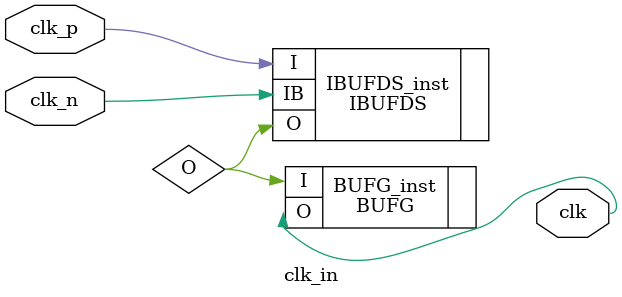
<source format=v>
`ifndef CLK_IN
`define CLK_IN


// AMD DOCS: UG974

module clk_in #()(
    input wire clk_p,
    input wire clk_n,
    output wire clk
);

wire O;

/////////////////////////////////////////////////////////////////////////////////////
// IBUFDS: Differential Input Buffer
//         UltraScale
// Xilinx HDL Language Template, version 2023.2

IBUFDS IBUFDS_inst (
   .O(O),   // 1-bit output: Buffer output
   .I(clk_p),   // 1-bit input: Diff_p buffer input (connect directly to top-level port)
   .IB(clk_n)  // 1-bit input: Diff_n buffer input (connect directly to top-level port)
);

// End of IBUFDS_inst instantiation


/////////////////////////////////////////////////////////////////////////////////////
// BUFG: General Clock Buffer
//       UltraScale
// Xilinx HDL Language Template, version 2023.2

BUFG BUFG_inst (
   .O(clk), // 1-bit output: Clock output.
   .I(O)  // 1-bit input: Clock input.
);

// End of BUFG_inst instantiation

endmodule // clk_in

`endif // CLK_IN

</source>
